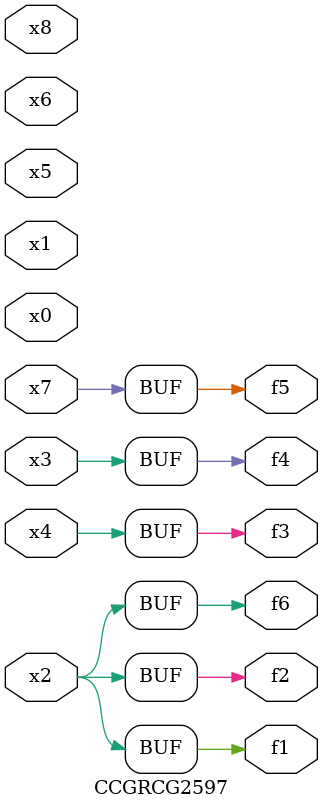
<source format=v>
module CCGRCG2597(
	input x0, x1, x2, x3, x4, x5, x6, x7, x8,
	output f1, f2, f3, f4, f5, f6
);
	assign f1 = x2;
	assign f2 = x2;
	assign f3 = x4;
	assign f4 = x3;
	assign f5 = x7;
	assign f6 = x2;
endmodule

</source>
